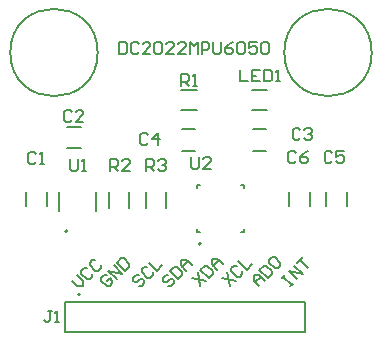
<source format=gto>
%FSLAX44Y44*%
%MOMM*%
G71*
G01*
G75*
G04 Layer_Color=65535*
G04:AMPARAMS|DCode=10|XSize=0.8mm|YSize=0.35mm|CornerRadius=0.0438mm|HoleSize=0mm|Usage=FLASHONLY|Rotation=90.000|XOffset=0mm|YOffset=0mm|HoleType=Round|Shape=RoundedRectangle|*
%AMROUNDEDRECTD10*
21,1,0.8000,0.2625,0,0,90.0*
21,1,0.7125,0.3500,0,0,90.0*
1,1,0.0875,0.1313,0.3563*
1,1,0.0875,0.1313,-0.3563*
1,1,0.0875,-0.1313,-0.3563*
1,1,0.0875,-0.1313,0.3563*
%
%ADD10ROUNDEDRECTD10*%
%ADD11R,2.6000X2.7000*%
G04:AMPARAMS|DCode=12|XSize=0.85mm|YSize=0.35mm|CornerRadius=0.0438mm|HoleSize=0mm|Usage=FLASHONLY|Rotation=180.000|XOffset=0mm|YOffset=0mm|HoleType=Round|Shape=RoundedRectangle|*
%AMROUNDEDRECTD12*
21,1,0.8500,0.2625,0,0,180.0*
21,1,0.7625,0.3500,0,0,180.0*
1,1,0.0875,-0.3812,0.1313*
1,1,0.0875,0.3812,0.1313*
1,1,0.0875,0.3812,-0.1313*
1,1,0.0875,-0.3812,-0.1313*
%
%ADD12ROUNDEDRECTD12*%
%ADD13C,1.0160*%
%ADD14R,0.9700X1.7300*%
G04:AMPARAMS|DCode=15|XSize=1.35mm|YSize=0.6mm|CornerRadius=0.075mm|HoleSize=0mm|Usage=FLASHONLY|Rotation=90.000|XOffset=0mm|YOffset=0mm|HoleType=Round|Shape=RoundedRectangle|*
%AMROUNDEDRECTD15*
21,1,1.3500,0.4500,0,0,90.0*
21,1,1.2000,0.6000,0,0,90.0*
1,1,0.1500,0.2250,0.6000*
1,1,0.1500,0.2250,-0.6000*
1,1,0.1500,-0.2250,-0.6000*
1,1,0.1500,-0.2250,0.6000*
%
%ADD15ROUNDEDRECTD15*%
%ADD16R,1.1600X1.8200*%
%ADD17R,1.8200X1.1600*%
%ADD18R,1.7300X0.9700*%
%ADD19C,0.3500*%
%ADD20C,0.4000*%
%ADD21C,1.6000*%
%ADD22R,1.6000X1.6000*%
%ADD23C,3.2000*%
%ADD24C,0.6000*%
%ADD25C,0.2000*%
%ADD26C,0.1270*%
D25*
X168500Y97000D02*
G03*
X168500Y97000I-1000J0D01*
G01*
X55500Y107650D02*
G03*
X55500Y107650I-1000J0D01*
G01*
X66100Y54050D02*
G03*
X66100Y54050I-1000J0D01*
G01*
X313000Y259000D02*
G03*
X313000Y259000I-37000J0D01*
G01*
X81000D02*
G03*
X81000Y259000I-37000J0D01*
G01*
X28914Y173081D02*
X27248Y174747D01*
X23916D01*
X22250Y173081D01*
Y166416D01*
X23916Y164750D01*
X27248D01*
X28914Y166416D01*
X32247Y164750D02*
X35579D01*
X33913D01*
Y174747D01*
X32247Y173081D01*
X58914Y208331D02*
X57248Y209997D01*
X53916D01*
X52250Y208331D01*
Y201666D01*
X53916Y200000D01*
X57248D01*
X58914Y201666D01*
X68911Y200000D02*
X62247D01*
X68911Y206665D01*
Y208331D01*
X67245Y209997D01*
X63913D01*
X62247Y208331D01*
X252665Y193581D02*
X250998Y195247D01*
X247666D01*
X246000Y193581D01*
Y186916D01*
X247666Y185250D01*
X250998D01*
X252665Y186916D01*
X255997Y193581D02*
X257663Y195247D01*
X260995D01*
X262661Y193581D01*
Y191915D01*
X260995Y190248D01*
X259329D01*
X260995D01*
X262661Y188582D01*
Y186916D01*
X260995Y185250D01*
X257663D01*
X255997Y186916D01*
X123665Y189331D02*
X121998Y190997D01*
X118666D01*
X117000Y189331D01*
Y182666D01*
X118666Y181000D01*
X121998D01*
X123665Y182666D01*
X131995Y181000D02*
Y190997D01*
X126997Y185998D01*
X133661D01*
X279715Y173685D02*
X278048Y175351D01*
X274716D01*
X273050Y173685D01*
Y167020D01*
X274716Y165354D01*
X278048D01*
X279715Y167020D01*
X289711Y175351D02*
X283047D01*
Y170352D01*
X286379Y172019D01*
X288045D01*
X289711Y170352D01*
Y167020D01*
X288045Y165354D01*
X284713D01*
X283047Y167020D01*
X248727Y173685D02*
X247060Y175351D01*
X243728D01*
X242062Y173685D01*
Y167020D01*
X243728Y165354D01*
X247060D01*
X248727Y167020D01*
X258723Y175351D02*
X255391Y173685D01*
X252059Y170352D01*
Y167020D01*
X253725Y165354D01*
X257057D01*
X258723Y167020D01*
Y168686D01*
X257057Y170352D01*
X252059D01*
X41915Y40497D02*
X38582D01*
X40248D01*
Y32166D01*
X38582Y30500D01*
X36916D01*
X35250Y32166D01*
X45247Y30500D02*
X48579D01*
X46913D01*
Y40497D01*
X45247Y38831D01*
X201750Y244497D02*
Y234500D01*
X208414D01*
X218411Y244497D02*
X211747D01*
Y234500D01*
X218411D01*
X211747Y239498D02*
X215079D01*
X221744Y244497D02*
Y234500D01*
X226742D01*
X228408Y236166D01*
Y242831D01*
X226742Y244497D01*
X221744D01*
X231740Y234500D02*
X235073D01*
X233407D01*
Y244497D01*
X231740Y242831D01*
X151500Y230750D02*
Y240747D01*
X156498D01*
X158165Y239081D01*
Y235748D01*
X156498Y234082D01*
X151500D01*
X154832D02*
X158165Y230750D01*
X161497D02*
X164829D01*
X163163D01*
Y240747D01*
X161497Y239081D01*
X91500Y158750D02*
Y168747D01*
X96498D01*
X98165Y167081D01*
Y163748D01*
X96498Y162082D01*
X91500D01*
X94832D02*
X98165Y158750D01*
X108161D02*
X101497D01*
X108161Y165415D01*
Y167081D01*
X106495Y168747D01*
X103163D01*
X101497Y167081D01*
X122000Y158750D02*
Y168747D01*
X126998D01*
X128665Y167081D01*
Y163748D01*
X126998Y162082D01*
X122000D01*
X125332D02*
X128665Y158750D01*
X131997Y167081D02*
X133663Y168747D01*
X136995D01*
X138661Y167081D01*
Y165415D01*
X136995Y163748D01*
X135329D01*
X136995D01*
X138661Y162082D01*
Y160416D01*
X136995Y158750D01*
X133663D01*
X131997Y160416D01*
X57500Y168497D02*
Y160166D01*
X59166Y158500D01*
X62498D01*
X64165Y160166D01*
Y168497D01*
X67497Y158500D02*
X70829D01*
X69163D01*
Y168497D01*
X67497Y166831D01*
X160274Y170779D02*
Y162448D01*
X161940Y160782D01*
X165272D01*
X166938Y162448D01*
Y170779D01*
X176935Y160782D02*
X170271D01*
X176935Y167446D01*
Y169113D01*
X175269Y170779D01*
X171937D01*
X170271Y169113D01*
X58931Y65819D02*
X63644Y61106D01*
X68356D01*
Y65819D01*
X63644Y70531D01*
X71891Y76422D02*
X69534Y76422D01*
X67178Y74066D01*
Y71709D01*
X71891Y66997D01*
X74247D01*
X76603Y69353D01*
Y71709D01*
X78959Y83491D02*
X76603Y83491D01*
X74247Y81135D01*
Y78778D01*
X78959Y74066D01*
X81316D01*
X83672Y76422D01*
X83672Y78778D01*
X88822Y70603D02*
X86466D01*
X84109Y68247D01*
Y65891D01*
X88822Y61178D01*
X91178D01*
X93534Y63534D01*
Y65891D01*
X91178Y68247D01*
X88822Y65891D01*
X97069Y67069D02*
X90000Y74138D01*
X101781Y71781D01*
X94712Y78850D01*
X97069Y81206D02*
X104138Y74138D01*
X107672Y77672D01*
X107672Y80028D01*
X102959Y84741D01*
X100603Y84741D01*
X97069Y81206D01*
X115822Y70603D02*
X113466D01*
X111109Y68247D01*
Y65891D01*
X112288Y64713D01*
X114644Y64713D01*
X117000Y67069D01*
X119356Y67069D01*
X120534Y65891D01*
Y63534D01*
X118178Y61178D01*
X115822D01*
X122891Y77672D02*
X120534Y77672D01*
X118178Y75316D01*
Y72959D01*
X122891Y68247D01*
X125247D01*
X127603Y70603D01*
Y72959D01*
X124069Y81206D02*
X131138Y74138D01*
X135850Y78850D01*
X140822Y70603D02*
X138466D01*
X136109Y68247D01*
Y65891D01*
X137288Y64713D01*
X139644Y64713D01*
X142000Y67069D01*
X144356Y67069D01*
X145534Y65891D01*
Y63534D01*
X143178Y61178D01*
X140822D01*
X142000Y74138D02*
X149069Y67069D01*
X152603Y70603D01*
Y72959D01*
X147891Y77672D01*
X145534Y77672D01*
X142000Y74138D01*
X156138D02*
X151425Y78850D01*
X151425Y83563D01*
X156138Y83563D01*
X160850Y78850D01*
X157316Y82385D01*
X152603Y77672D01*
X160931Y68069D02*
X172712Y65712D01*
X165644Y72781D02*
X168000Y61000D01*
Y75138D02*
X175069Y68069D01*
X178603Y71603D01*
Y73959D01*
X173891Y78672D01*
X171534Y78672D01*
X168000Y75138D01*
X182138D02*
X177425Y79850D01*
X177425Y84563D01*
X182138Y84563D01*
X186850Y79850D01*
X183316Y83385D01*
X178603Y78672D01*
X185931Y68069D02*
X197712Y65712D01*
X190644Y72781D02*
X193000Y61000D01*
X198891Y78672D02*
X196534Y78672D01*
X194178Y76316D01*
Y73959D01*
X198891Y69247D01*
X201247D01*
X203603Y71603D01*
Y73959D01*
X200069Y82206D02*
X207138Y75138D01*
X211850Y79850D01*
X218000Y61000D02*
X213288Y65712D01*
X213288Y70425D01*
X218000Y70425D01*
X222712Y65712D01*
X219178Y69247D01*
X214466Y64534D01*
X218000Y75138D02*
X225069Y68069D01*
X228603Y71603D01*
Y73959D01*
X223891Y78672D01*
X221534Y78672D01*
X218000Y75138D01*
X226247Y81028D02*
Y83385D01*
X228603Y85741D01*
X230959Y85741D01*
X235672Y81028D01*
X235672Y78672D01*
X233316Y76316D01*
X230959D01*
X226247Y81028D01*
X236931Y68069D02*
X239287Y70425D01*
X238109Y69247D01*
X245178Y62178D01*
X244000Y61000D01*
X246356Y63356D01*
X249891Y66891D02*
X242822Y73959D01*
X254603Y71603D01*
X247534Y78672D01*
X249891Y81028D02*
X254603Y85741D01*
X252247Y83385D01*
X259316Y76316D01*
X99000Y267997D02*
Y258000D01*
X103998D01*
X105665Y259666D01*
Y266331D01*
X103998Y267997D01*
X99000D01*
X115661Y266331D02*
X113995Y267997D01*
X110663D01*
X108997Y266331D01*
Y259666D01*
X110663Y258000D01*
X113995D01*
X115661Y259666D01*
X125658Y258000D02*
X118994D01*
X125658Y264664D01*
Y266331D01*
X123992Y267997D01*
X120660D01*
X118994Y266331D01*
X128990D02*
X130656Y267997D01*
X133989D01*
X135655Y266331D01*
Y259666D01*
X133989Y258000D01*
X130656D01*
X128990Y259666D01*
Y266331D01*
X145652Y258000D02*
X138987D01*
X145652Y264664D01*
Y266331D01*
X143986Y267997D01*
X140653D01*
X138987Y266331D01*
X155648Y258000D02*
X148984D01*
X155648Y264664D01*
Y266331D01*
X153982Y267997D01*
X150650D01*
X148984Y266331D01*
X158981Y258000D02*
Y267997D01*
X162313Y264664D01*
X165645Y267997D01*
Y258000D01*
X168978D02*
Y267997D01*
X173976D01*
X175642Y266331D01*
Y262998D01*
X173976Y261332D01*
X168978D01*
X178974Y267997D02*
Y259666D01*
X180640Y258000D01*
X183973D01*
X185639Y259666D01*
Y267997D01*
X195636D02*
X192303Y266331D01*
X188971Y262998D01*
Y259666D01*
X190637Y258000D01*
X193969D01*
X195636Y259666D01*
Y261332D01*
X193969Y262998D01*
X188971D01*
X198968Y266331D02*
X200634Y267997D01*
X203966D01*
X205632Y266331D01*
Y259666D01*
X203966Y258000D01*
X200634D01*
X198968Y259666D01*
Y266331D01*
X215629Y267997D02*
X208965D01*
Y262998D01*
X212297Y264664D01*
X213963D01*
X215629Y262998D01*
Y259666D01*
X213963Y258000D01*
X210631D01*
X208965Y259666D01*
X218961Y266331D02*
X220627Y267997D01*
X223960D01*
X225626Y266331D01*
Y259666D01*
X223960Y258000D01*
X220627D01*
X218961Y259666D01*
Y266331D01*
D26*
X165000Y107000D02*
X167615D01*
X165000D02*
Y109615D01*
X205000Y107000D02*
Y109615D01*
X202385Y107000D02*
X205000D01*
X202385Y147000D02*
X205000D01*
Y144385D02*
Y147000D01*
X165000Y144385D02*
Y147000D01*
X167615D01*
X211300Y227500D02*
X224700D01*
X211300Y210500D02*
X224700D01*
X48300Y125000D02*
Y141000D01*
X79700Y125000D02*
Y141000D01*
X55300Y196000D02*
X66700D01*
X55300Y178000D02*
X66700D01*
X20000Y129300D02*
Y140700D01*
X38000Y129300D02*
Y140700D01*
X243000Y129300D02*
Y140700D01*
X261000Y129300D02*
Y140700D01*
X212300Y194000D02*
X223700D01*
X212300Y176000D02*
X223700D01*
X152300D02*
X163700D01*
X152300Y194000D02*
X163700D01*
X151300Y227500D02*
X164700D01*
X151300Y210500D02*
X164700D01*
X53400Y22300D02*
X256600D01*
Y47700D01*
X53400D02*
X256600D01*
X53400Y22300D02*
Y47700D01*
X138500Y127300D02*
Y140700D01*
X121500Y127300D02*
Y140700D01*
X90500Y127300D02*
Y140700D01*
X107500Y127300D02*
Y140700D01*
X274000Y129300D02*
Y140700D01*
X292000Y129300D02*
Y140700D01*
M02*

</source>
